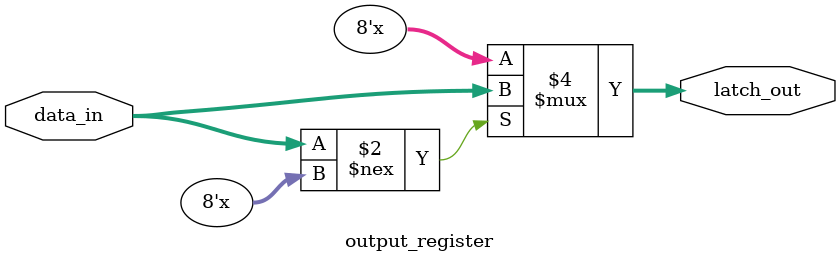
<source format=sv>
module async_rst_latch #(
    parameter WIDTH = 8
)(
    input wire rst,
    input wire en,
    input wire [WIDTH-1:0] din,
    output wire [WIDTH-1:0] latch_out
);
    // Internal signals
    wire rst_active;
    wire [WIDTH-1:0] data_selected;
    
    // Reset detection submodule - detects active reset signal
    reset_control #(
        .WIDTH(WIDTH)
    ) u_reset_control (
        .rst(rst),
        .rst_active(rst_active)
    );
    
    // Data processing pipeline - handles data selection and latching
    data_processing_unit #(
        .WIDTH(WIDTH)
    ) u_data_processing (
        .en(en),
        .din(din),
        .rst_active(rst_active),
        .latch_out(latch_out)
    );
    
endmodule

// Improved reset control with configurable polarity
module reset_control #(
    parameter WIDTH = 8,
    parameter RST_ACTIVE_HIGH = 1
)(
    input wire rst,
    output wire rst_active
);
    // Configurable reset polarity for better reusability
    generate
        if (RST_ACTIVE_HIGH) begin : gen_active_high
            assign rst_active = rst;
        end else begin : gen_active_low
            assign rst_active = ~rst;
        end
    endgenerate
endmodule

// Consolidated data processing unit that combines selection and latching
module data_processing_unit #(
    parameter WIDTH = 8
)(
    input wire en,
    input wire [WIDTH-1:0] din,
    input wire rst_active,
    output wire [WIDTH-1:0] latch_out
);
    // Internal signal
    wire [WIDTH-1:0] data_selected;
    
    // Data selector instance
    data_selector #(
        .WIDTH(WIDTH)
    ) u_data_selector (
        .en(en),
        .din(din),
        .rst_active(rst_active),
        .data_out(data_selected)
    );
    
    // Output register with clock-free latching behavior
    output_register #(
        .WIDTH(WIDTH)
    ) u_output_register (
        .data_in(data_selected),
        .latch_out(latch_out)
    );
endmodule

// Enhanced data selector with proper tri-state control
module data_selector #(
    parameter WIDTH = 8
)(
    input wire en,
    input wire [WIDTH-1:0] din,
    input wire rst_active,
    output wire [WIDTH-1:0] data_out
);
    // Priority multiplexer: reset takes precedence, then enable signal
    // Use separate assignments for better synthesis
    reg [WIDTH-1:0] selected_data;
    
    always @(*) begin
        if (rst_active)
            selected_data = {WIDTH{1'b0}};
        else if (en)
            selected_data = din;
        else
            selected_data = {WIDTH{1'bz}};
    end
    
    assign data_out = selected_data;
endmodule

// Improved output register with optional synchronous behavior
module output_register #(
    parameter WIDTH = 8
)(
    input wire [WIDTH-1:0] data_in,
    output reg [WIDTH-1:0] latch_out
);
    // Transparent latch behavior with optimized implementation
    always @(*) begin
        if (data_in !== {WIDTH{1'bz}}) begin
            latch_out = data_in;
        end
    end
endmodule
</source>
